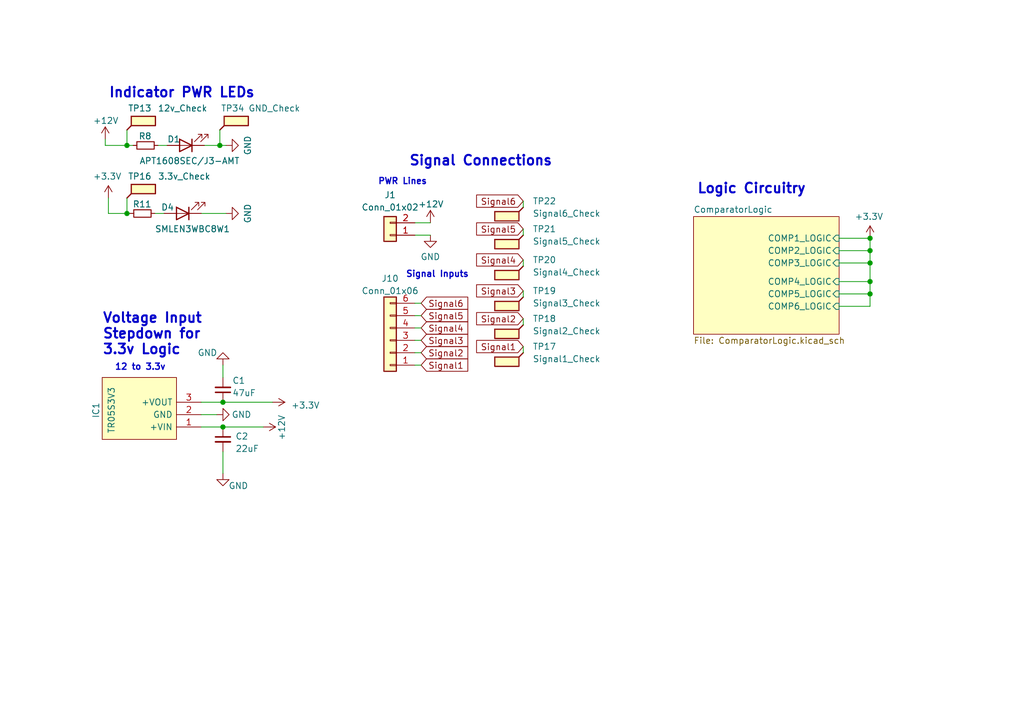
<source format=kicad_sch>
(kicad_sch (version 20230121) (generator eeschema)
  (paper "A5")
  (title_block (title "Universal Timing Check Board (UTCB)") (date "2/27/23") (rev "1.0") (company "Pillars Works"))
  (lib_symbols
    (symbol "Connector:TestPoint_Flag" (pin_numbers hide) (pin_names (offset 0.762) hide)
      (property "Reference" "TP" (at 3.429 1.778 0))
      (property "Value" "TestPoint_Flag" (at 3.302 4.191 0))
      (symbol "TestPoint_Flag_0_1"
        (polyline (pts (xy 0 0) (xy 0.889 0.889)) (stroke (width 0.254)))
        (rectangle (start 0.889 2.794) (end 5.842 0.889) (stroke (width 0.254)) (fill (type background)))
      )
      (symbol "TestPoint_Flag_1_1"
        (pin passive line (at 0 0 90) (length 0) (name "1") (number "1"))
      )
    )
    (symbol "Connector_Generic:Conn_01x02" (pin_names (offset 1.016) hide)
      (property "Reference" "J" (at 0 2.54 0))
      (property "Value" "Conn_01x02" (at 0 -5.08 0))
      (symbol "Conn_01x02_1_1"
        (rectangle (start -1.27 -2.413) (end 0 -2.667) (stroke (width 0.1524)))
        (rectangle (start -1.27 0.127) (end 0 -0.127) (stroke (width 0.1524)))
        (rectangle (start -1.27 1.27) (end 1.27 -3.81) (stroke (width 0.254)) (fill (type background)))
        (pin passive line (at -5.08 0 0) (length 3.81) (name "Pin_1") (number "1"))
        (pin passive line (at -5.08 -2.54 0) (length 3.81) (name "Pin_2") (number "2"))
      )
    )
    (symbol "Connector_Generic:Conn_01x06" (pin_names (offset 1.016) hide)
      (property "Reference" "J" (at 0 7.62 0))
      (property "Value" "Conn_01x06" (at 0 -10.16 0))
      (symbol "Conn_01x06_1_1"
        (rectangle (start -1.27 -7.493) (end 0 -7.747) (stroke (width 0.1524)))
        (rectangle (start -1.27 -4.953) (end 0 -5.207) (stroke (width 0.1524)))
        (rectangle (start -1.27 -2.413) (end 0 -2.667) (stroke (width 0.1524)))
        (rectangle (start -1.27 0.127) (end 0 -0.127) (stroke (width 0.1524)))
        (rectangle (start -1.27 2.667) (end 0 2.413) (stroke (width 0.1524)))
        (rectangle (start -1.27 5.207) (end 0 4.953) (stroke (width 0.1524)))
        (rectangle (start -1.27 6.35) (end 1.27 -8.89) (stroke (width 0.254)) (fill (type background)))
        (pin passive line (at -5.08 5.08 0) (length 3.81) (name "Pin_1") (number "1"))
        (pin passive line (at -5.08 2.54 0) (length 3.81) (name "Pin_2") (number "2"))
        (pin passive line (at -5.08 0 0) (length 3.81) (name "Pin_3") (number "3"))
        (pin passive line (at -5.08 -2.54 0) (length 3.81) (name "Pin_4") (number "4"))
        (pin passive line (at -5.08 -5.08 0) (length 3.81) (name "Pin_5") (number "5"))
        (pin passive line (at -5.08 -7.62 0) (length 3.81) (name "Pin_6") (number "6"))
      )
    )
    (symbol "Converter_DCDC:TR05S3V3" (pin_names (offset 0.762))
      (property "Reference" "IC" (at 12.7 7.62 0))
      (property "Value" "TR05S3V3" (at 15.6126 -5.6796 90))
      (symbol "TR05S3V3_0_0"
        (pin passive line (at 0 2.54 0) (length 5.08) (name "+VIN") (number "1"))
        (pin passive line (at 0 0 0) (length 5.08) (name "GND") (number "2"))
        (pin passive line (at 0 -2.54 0) (length 5.08) (name "+VOUT") (number "3"))
      )
      (symbol "TR05S3V3_0_1"
        (polyline (pts (xy 5.08 5.08) (xy 20.32 5.08) (xy 20.32 -7.62) (xy 5.08 -7.62) (xy 5.08 5.08)) (stroke (width 0.1524)) (fill (type background)))
      )
    )
    (symbol "Device:C_Small" (pin_numbers hide) (pin_names (offset 0.254) hide)
      (property "Reference" "C" (at 0.254 1.778 0))
      (property "Value" "C_Small" (at 0.254 -2.032 0))
      (symbol "C_Small_0_1"
        (polyline (pts (xy -1.524 -0.508) (xy 1.524 -0.508)) (stroke (width 0.3302)))
        (polyline (pts (xy -1.524 0.508) (xy 1.524 0.508)) (stroke (width 0.3048)))
      )
      (symbol "C_Small_1_1"
        (pin passive line (at 0 2.54 270) (length 2.032) (name "~") (number "1"))
        (pin passive line (at 0 -2.54 90) (length 2.032) (name "~") (number "2"))
      )
    )
    (symbol "Device:LED" (pin_numbers hide) (pin_names (offset 1.016) hide)
      (property "Reference" "D" (at 0 2.54 0))
      (property "Value" "LED" (at 0 -2.54 0))
      (symbol "LED_0_1"
        (polyline (pts (xy -1.27 -1.27) (xy -1.27 1.27)) (stroke (width 0.254)))
        (polyline (pts (xy -1.27 0) (xy 1.27 0)))
        (polyline (pts (xy 1.27 -1.27) (xy 1.27 1.27) (xy -1.27 0) (xy 1.27 -1.27)) (stroke (width 0.254)))
        (polyline (pts (xy -3.048 -0.762) (xy -4.572 -2.286) (xy -3.81 -2.286) (xy -4.572 -2.286) (xy -4.572 -1.524)))
        (polyline (pts (xy -1.778 -0.762) (xy -3.302 -2.286) (xy -2.54 -2.286) (xy -3.302 -2.286) (xy -3.302 -1.524)))
      )
      (symbol "LED_1_1"
        (pin passive line (at -3.81 0 0) (length 2.54) (name "K") (number "1"))
        (pin passive line (at 3.81 0 180) (length 2.54) (name "A") (number "2"))
      )
    )
    (symbol "Device:R_Small" (pin_numbers hide) (pin_names (offset 0.254) hide)
      (property "Reference" "R" (at 0.762 0.508 0))
      (property "Value" "R_Small" (at 0.762 -1.016 0))
      (symbol "R_Small_0_1"
        (rectangle (start -0.762 1.778) (end 0.762 -1.778) (stroke (width 0.2032)))
      )
      (symbol "R_Small_1_1"
        (pin passive line (at 0 2.54 270) (length 0.762) (name "~") (number "1"))
        (pin passive line (at 0 -2.54 90) (length 0.762) (name "~") (number "2"))
      )
    )
    (symbol "power:+12V" (power) (pin_names (offset 0))
      (property "Value" "+12V" (at 0 3.556 0))
      (symbol "+12V_0_1"
        (polyline (pts (xy -0.762 1.27) (xy 0 2.54)))
        (polyline (pts (xy 0 0) (xy 0 2.54)))
        (polyline (pts (xy 0 2.54) (xy 0.762 1.27)))
      )
      (symbol "+12V_1_1"
        (pin power_in line (at 0 0 90) (length 0) hide (name "+12V") (number "1"))
      )
    )
    (symbol "power:+3.3V" (power) (pin_names (offset 0))
      (property "Value" "+3.3V" (at 0 3.556 0))
      (symbol "+3.3V_0_1"
        (polyline (pts (xy -0.762 1.27) (xy 0 2.54)))
        (polyline (pts (xy 0 0) (xy 0 2.54)))
        (polyline (pts (xy 0 2.54) (xy 0.762 1.27)))
      )
      (symbol "+3.3V_1_1"
        (pin power_in line (at 0 0 90) (length 0) hide (name "+3.3V") (number "1"))
      )
    )
    (symbol "power:GND" (power) (pin_names (offset 0))
      (property "Value" "GND" (at 0 -3.81 0))
      (symbol "GND_0_1"
        (polyline (pts (xy 0 0) (xy 0 -1.27) (xy 1.27 -1.27) (xy 0 -2.54) (xy -1.27 -1.27) (xy 0 -1.27)))
      )
      (symbol "GND_1_1"
        (pin power_in line (at 0 0 270) (length 0) hide (name "GND") (number "1"))
      )
    )
  )
  (junction (at 26.035 29.845))
  (junction (at 178.435 48.895))
  (junction (at 26.035 43.815))
  (junction (at 45.085 29.845))
  (junction (at 45.72 87.63))
  (junction (at 178.435 51.435))
  (junction (at 178.435 57.785))
  (junction (at 45.72 82.55))
  (junction (at 178.435 60.325))
  (junction (at 178.435 53.975))
  (wire (pts (xy 172.085 60.325) (xy 178.435 60.325)))
  (wire (pts (xy 107.315 46.99) (xy 107.315 48.26)))
  (wire (pts (xy 107.315 65.405) (xy 107.315 66.675)))
  (wire (pts (xy 107.315 59.69) (xy 107.315 60.96)))
  (wire (pts (xy 86.36 72.39) (xy 85.09 72.39)))
  (wire (pts (xy 45.72 82.55) (xy 55.88 82.55)))
  (wire (pts (xy 21.59 29.845) (xy 26.035 29.845)))
  (wire (pts (xy 107.315 53.34) (xy 107.315 54.61)))
  (wire (pts (xy 172.085 62.865) (xy 178.435 62.865)))
  (wire (pts (xy 172.085 57.785) (xy 178.435 57.785)))
  (wire (pts (xy 45.085 26.67) (xy 45.085 29.845)))
  (wire (pts (xy 45.72 92.71) (xy 45.72 97.155)))
  (wire (pts (xy 41.275 43.815) (xy 46.355 43.815)))
  (wire (pts (xy 172.085 48.895) (xy 178.435 48.895)))
  (wire (pts (xy 22.225 43.815) (xy 26.035 43.815)))
  (wire (pts (xy 107.315 71.12) (xy 107.315 72.39)))
  (wire (pts (xy 86.36 62.23) (xy 85.09 62.23)))
  (wire (pts (xy 178.435 62.865) (xy 178.435 60.325)))
  (wire (pts (xy 85.09 48.26) (xy 88.265 48.26)))
  (wire (pts (xy 178.435 53.975) (xy 178.435 51.435)))
  (wire (pts (xy 172.085 51.435) (xy 178.435 51.435)))
  (wire (pts (xy 21.59 28.575) (xy 21.59 29.845)))
  (wire (pts (xy 22.225 40.64) (xy 22.225 43.815)))
  (wire (pts (xy 86.36 69.85) (xy 85.09 69.85)))
  (wire (pts (xy 26.035 40.64) (xy 26.035 43.815)))
  (wire (pts (xy 85.09 45.72) (xy 88.265 45.72)))
  (wire (pts (xy 178.435 57.785) (xy 178.435 53.975)))
  (wire (pts (xy 41.91 29.845) (xy 45.085 29.845)))
  (wire (pts (xy 41.275 82.55) (xy 45.72 82.55)))
  (wire (pts (xy 45.72 74.93) (xy 45.72 77.47)))
  (wire (pts (xy 86.36 64.77) (xy 85.09 64.77)))
  (wire (pts (xy 45.085 29.845) (xy 46.355 29.845)))
  (wire (pts (xy 32.385 29.845) (xy 34.29 29.845)))
  (wire (pts (xy 45.72 87.63) (xy 53.975 87.63)))
  (wire (pts (xy 26.035 29.845) (xy 27.305 29.845)))
  (wire (pts (xy 86.36 74.93) (xy 85.09 74.93)))
  (wire (pts (xy 107.315 41.275) (xy 107.315 42.545)))
  (wire (pts (xy 26.035 43.815) (xy 26.67 43.815)))
  (wire (pts (xy 44.45 85.09) (xy 41.275 85.09)))
  (wire (pts (xy 26.035 26.67) (xy 26.035 29.845)))
  (wire (pts (xy 178.435 60.325) (xy 178.435 57.785)))
  (wire (pts (xy 86.36 67.31) (xy 85.09 67.31)))
  (wire (pts (xy 41.275 87.63) (xy 45.72 87.63)))
  (wire (pts (xy 172.085 53.975) (xy 178.435 53.975)))
  (wire (pts (xy 31.75 43.815) (xy 33.655 43.815)))
  (wire (pts (xy 178.435 51.435) (xy 178.435 48.895)))
  (text "PWR Lines" (at 77.47 38.1 0) (effects (font (size 1.27 1.27) (thickness 0.254) bold) (justify left bottom)))
  (text "Logic Circuitry" (at 142.875 40.005 0) (effects (font (size 2 2) bold) (justify left bottom)))
  (text "12 to 3.3v" (at 23.495 76.2 0) (effects (font (size 1.27 1.27) (thickness 0.254) bold) (justify left bottom)))
  (text "Signal Inputs" (at 83.185 57.15 0) (effects (font (size 1.27 1.27) (thickness 0.254) bold) (justify left bottom)))
  (text "Indicator PWR LEDs" (at 22.225 20.32 0) (effects (font (size 2 2) bold) (justify left bottom)))
  (text "Voltage Input\nStepdown for\n3.3v Logic" (at 20.955 73.025 0) (effects (font (size 2 2) bold) (justify left bottom)))
  (text "Signal Connections" (at 83.82 34.29 0) (effects (font (size 2 2) bold) (justify left bottom)))
  (global_label "Signal4" (shape input) (at 86.36 67.31 0) (property "Intersheetrefs" "${INTERSHEET_REFS}" (effects hide)))
  (global_label "Signal3" (shape input) (at 86.36 69.85 0) (property "Intersheetrefs" "${INTERSHEET_REFS}" (effects hide)))
  (global_label "Signal2" (shape input) (at 107.315 65.405 180) (property "Intersheetrefs" "${INTERSHEET_REFS}" (effects hide)))
  (global_label "Signal6" (shape input) (at 86.36 62.23 0) (property "Intersheetrefs" "${INTERSHEET_REFS}" (effects hide)))
  (global_label "Signal1" (shape input) (at 86.36 74.93 0) (property "Intersheetrefs" "${INTERSHEET_REFS}" (effects hide)))
  (global_label "Signal5" (shape input) (at 107.315 46.99 180) (property "Intersheetrefs" "${INTERSHEET_REFS}" (effects hide)))
  (global_label "Signal4" (shape input) (at 107.315 53.34 180) (property "Intersheetrefs" "${INTERSHEET_REFS}" (effects hide)))
  (global_label "Signal1" (shape input) (at 107.315 71.12 180) (property "Intersheetrefs" "${INTERSHEET_REFS}" (effects hide)))
  (global_label "Signal3" (shape input) (at 107.315 59.69 180) (property "Intersheetrefs" "${INTERSHEET_REFS}" (effects hide)))
  (global_label "Signal6" (shape input) (at 107.315 41.275 180) (property "Intersheetrefs" "${INTERSHEET_REFS}" (effects hide)))
  (global_label "Signal5" (shape input) (at 86.36 64.77 0) (property "Intersheetrefs" "${INTERSHEET_REFS}" (effects hide)))
  (global_label "Signal2" (shape input) (at 86.36 72.39 0) (property "Intersheetrefs" "${INTERSHEET_REFS}" (effects hide)))
  (symbol (lib_id "power:+3.3V") (at 22.225 40.64 0) (unit 1)
    (property "Reference" "#PWR03" (effects hide))
    (property "Value" "+3.3V" (at 19.05 36.195 0) (effects (justify left)))
  )
  (symbol (lib_id "Connector:TestPoint_Flag") (at 45.085 26.67 0) (unit 1)
    (property "Reference" "TP34" (at 50.165 22.225 0) (effects (justify right)))
    (property "Value" "GND_Check" (at 61.595 22.225 0) (effects (justify right)))
    (property "Footprint" "TestPoint:TestPoint_Keystone_5015_Micro-Minature" (effects hide))
  )
  (symbol (lib_id "Device:R_Small") (at 29.845 29.845 270) (unit 1)
    (property "Reference" "R8" (at 31.115 27.94 90) (effects (justify right)))
    (property "Value" "R_Small" (effects hide))
    (property "Footprint" "Resistor_SMD:R_0603_1608Metric" (effects hide))
  )
  (symbol (lib_id "power:+12V") (at 88.265 45.72 0) (unit 1)
    (property "Reference" "#PWR0115" (effects hide))
    (property "Value" "+12V" (at 85.725 41.91 0) (effects (justify left)))
  )
  (symbol (lib_id "Connector:TestPoint_Flag") (at 107.315 66.675 180) (unit 1)
    (property "Reference" "TP18" (at 109.22 65.405 0) (effects (justify right)))
    (property "Value" "Signal2_Check" (at 109.22 67.945 0) (effects (justify right)))
    (property "Footprint" "TestPoint:TestPoint_Keystone_5015_Micro-Minature" (effects hide))
  )
  (symbol (lib_id "Connector:TestPoint_Flag") (at 107.315 54.61 180) (unit 1)
    (property "Reference" "TP20" (at 109.22 53.34 0) (effects (justify right)))
    (property "Value" "Signal4_Check" (at 109.22 55.88 0) (effects (justify right)))
    (property "Footprint" "TestPoint:TestPoint_Keystone_5015_Micro-Minature" (effects hide))
  )
  (symbol (lib_id "Converter_DCDC:TR05S3V3") (at 41.275 85.09 180) (unit 1)
    (property "Reference" "IC1" (at 19.685 82.55 90) (effects (justify left)))
    (property "Value" "TR05S3V3" (at 22.86 79.375 90) (effects (justify left)))
    (property "Footprint" "Converter_DCDC:TR05S3V3" (effects hide))
    (property "Datasheet" "http://www.xppower.com/Portals/0/pdfs/SF_TR05.pdf?ver=2017-01-10-123411-657" (effects hide))
    (property "Description" "Switching Regulator 3.3Vout 0.5A XP Power DC-DC Switching Regulator, 4.5  28V dc Input, 3.3V Output, Maximum of 500mA" (effects hide))
    (property "Mouser Part Number" "209-TR05S3V3" (effects hide))
    (property "Mouser Price/Stock" "https://www.mouser.co.uk/ProductDetail/XP-Power/TR05S3V3/?qs=w%2Fv1CP2dgqpBGlIaZ9bK3A%3D%3D" (effects hide))
    (property "Manufacturer_Name" "XP POWER" (effects hide))
    (property "Manufacturer_Part_Number" "TR05S3V3" (effects hide))
  )
  (symbol (lib_id "power:GND") (at 46.355 29.845 90) (unit 1)
    (property "Reference" "#PWR06" (effects hide))
    (property "Value" "GND" (at 50.8 29.845 0))
  )
  (symbol (lib_id "power:GND") (at 88.265 48.26 0) (unit 1)
    (property "Reference" "#PWR0135" (effects hide))
    (property "Value" "GND" (at 88.265 52.705 0))
  )
  (symbol (lib_id "Connector_Generic:Conn_01x02") (at 80.01 48.26 180) (unit 1)
    (property "Reference" "J1" (at 80.01 40.005 0))
    (property "Value" "Conn_01x02" (at 80.01 42.545 0))
    (property "Footprint" "Connector_PinSocket_2.54mm:PinSocket_1x02_P2.54mm_Vertical" (effects hide))
  )
  (symbol (lib_id "power:GND") (at 45.72 74.93 180) (unit 1)
    (property "Reference" "#PWR016" (effects hide))
    (property "Value" "GND" (at 42.545 72.39 0))
  )
  (symbol (lib_id "power:GND") (at 46.355 43.815 90) (unit 1)
    (property "Reference" "#PWR09" (effects hide))
    (property "Value" "GND" (at 50.8 43.815 0))
  )
  (symbol (lib_id "power:+3.3V") (at 55.88 82.55 270) (unit 1)
    (property "Reference" "#PWR019" (effects hide))
    (property "Value" "+3.3V" (at 59.69 83.185 90) (effects (justify left)))
  )
  (symbol (lib_id "Connector:TestPoint_Flag") (at 107.315 42.545 180) (unit 1)
    (property "Reference" "TP22" (at 109.22 41.275 0) (effects (justify right)))
    (property "Value" "Signal6_Check" (at 109.22 43.815 0) (effects (justify right)))
    (property "Footprint" "TestPoint:TestPoint_Keystone_5015_Micro-Minature" (effects hide))
  )
  (symbol (lib_id "Connector:TestPoint_Flag") (at 26.035 26.67 0) (unit 1)
    (property "Reference" "TP13" (at 31.115 22.225 0) (effects (justify right)))
    (property "Value" "12v_Check" (at 42.545 22.225 0) (effects (justify right)))
    (property "Footprint" "TestPoint:TestPoint_Keystone_5015_Micro-Minature" (effects hide))
  )
  (symbol (lib_id "Connector:TestPoint_Flag") (at 107.315 72.39 180) (unit 1)
    (property "Reference" "TP17" (at 109.22 71.12 0) (effects (justify right)))
    (property "Value" "Signal1_Check" (at 109.22 73.66 0) (effects (justify right)))
    (property "Footprint" "TestPoint:TestPoint_Keystone_5015_Micro-Minature" (effects hide))
  )
  (symbol (lib_id "Device:R_Small") (at 29.21 43.815 90) (unit 1)
    (property "Reference" "R11" (at 31.115 41.91 90) (effects (justify left)))
    (property "Value" "R_Small" (effects hide))
    (property "Footprint" "Resistor_SMD:R_0603_1608Metric" (effects hide))
  )
  (symbol (lib_id "Connector:TestPoint_Flag") (at 26.035 40.64 0) (unit 1)
    (property "Reference" "TP16" (at 31.115 36.195 0) (effects (justify right)))
    (property "Value" "3.3v_Check" (at 43.18 36.195 0) (effects (justify right)))
    (property "Footprint" "TestPoint:TestPoint_Keystone_5015_Micro-Minature" (effects hide))
  )
  (symbol (lib_id "power:GND") (at 44.45 85.09 90) (unit 1)
    (property "Reference" "#PWR01" (effects hide))
    (property "Value" "GND" (at 49.53 85.09 90))
  )
  (symbol (lib_id "Device:LED") (at 37.465 43.815 180) (unit 1)
    (property "Reference" "D4" (at 33.02 42.545 0) (effects (justify right)))
    (property "Value" "SMLEN3WBC8W1" (at 31.75 46.99 0) (effects (justify right)))
    (property "Footprint" "Diode_SMD:D_0603_1608Metric" (effects hide))
  )
  (symbol (lib_id "Device:C_Small") (at 45.72 80.01 180) (unit 1)
    (property "Reference" "C1" (at 47.625 78.105 0) (effects (justify right)))
    (property "Value" "47uF" (at 47.625 80.645 0) (effects (justify right)))
    (property "Footprint" "Capacitor_SMD:C_0603_1608Metric" (effects hide))
  )
  (symbol (lib_id "power:+12V") (at 53.975 87.63 270) (unit 1)
    (property "Reference" "#PWR018" (effects hide))
    (property "Value" "+12V" (at 57.785 85.09 0) (effects (justify left)))
  )
  (symbol (lib_id "power:GND") (at 45.72 97.155 0) (unit 1)
    (property "Reference" "#PWR017" (effects hide))
    (property "Value" "GND" (at 48.895 99.695 0))
  )
  (symbol (lib_id "Device:C_Small") (at 45.72 90.17 0) (unit 1)
    (property "Reference" "C2" (at 48.26 89.5413 0) (effects (justify left)))
    (property "Value" "22uF" (at 48.26 92.0813 0) (effects (justify left)))
    (property "Footprint" "Capacitor_SMD:C_0603_1608Metric" (effects hide))
  )
  (symbol (lib_id "Connector_Generic:Conn_01x06") (at 80.01 69.85 180) (unit 1)
    (property "Reference" "J10" (at 80.01 57.15 0))
    (property "Value" "Conn_01x06" (at 80.01 59.69 0))
    (property "Footprint" "Connector_PinSocket_1.27mm:PinSocket_1x06_P1.27mm_Vertical" (effects hide))
  )
  (symbol (lib_id "Device:LED") (at 38.1 29.845 180) (unit 1)
    (property "Reference" "D1" (at 34.29 28.575 0) (effects (justify right)))
    (property "Value" "APT1608SEC/J3-AMT" (at 28.575 33.02 0) (effects (justify right)))
    (property "Footprint" "Diode_SMD:D_0603_1608Metric" (effects hide))
  )
  (symbol (lib_id "power:+3.3V") (at 178.435 48.895 0) (unit 1)
    (property "Reference" "#PWR04" (effects hide))
    (property "Value" "+3.3V" (at 175.26 44.45 0) (effects (justify left)))
  )
  (symbol (lib_id "power:+12V") (at 21.59 28.575 0) (unit 1)
    (property "Reference" "#PWR02" (effects hide))
    (property "Value" "+12V" (at 19.05 24.765 0) (effects (justify left)))
  )
  (symbol (lib_id "Connector:TestPoint_Flag") (at 107.315 60.96 180) (unit 1)
    (property "Reference" "TP19" (at 109.22 59.69 0) (effects (justify right)))
    (property "Value" "Signal3_Check" (at 109.22 62.23 0) (effects (justify right)))
    (property "Footprint" "TestPoint:TestPoint_Keystone_5015_Micro-Minature" (effects hide))
  )
  (symbol (lib_id "Connector:TestPoint_Flag") (at 107.315 48.26 180) (unit 1)
    (property "Reference" "TP21" (at 109.22 46.99 0) (effects (justify right)))
    (property "Value" "Signal5_Check" (at 109.22 49.53 0) (effects (justify right)))
    (property "Footprint" "TestPoint:TestPoint_Keystone_5015_Micro-Minature" (effects hide))
  )
  (sheet (at 142.24 44.45) (size 29.845 24.13) (stroke (width 0.1524)) (fill (color 255 255 194 1.0000))
    (property "Sheetname" "ComparatorLogic" (at 142.24 43.7384 0) (effects (justify left bottom)))
    (property "Sheetfile" "ComparatorLogic.kicad_sch" (at 142.24 69.1646 0) (effects (justify left top)))
    (pin "COMP4_LOGIC" input (at 172.085 57.785 0))
    (pin "COMP6_LOGIC" input (at 172.085 62.865 0))
    (pin "COMP5_LOGIC" input (at 172.085 60.325 0))
    (pin "COMP3_LOGIC" input (at 172.085 53.975 0))
    (pin "COMP1_LOGIC" input (at 172.085 48.895 0))
    (pin "COMP2_LOGIC" input (at 172.085 51.435 0))
  )
)
</source>
